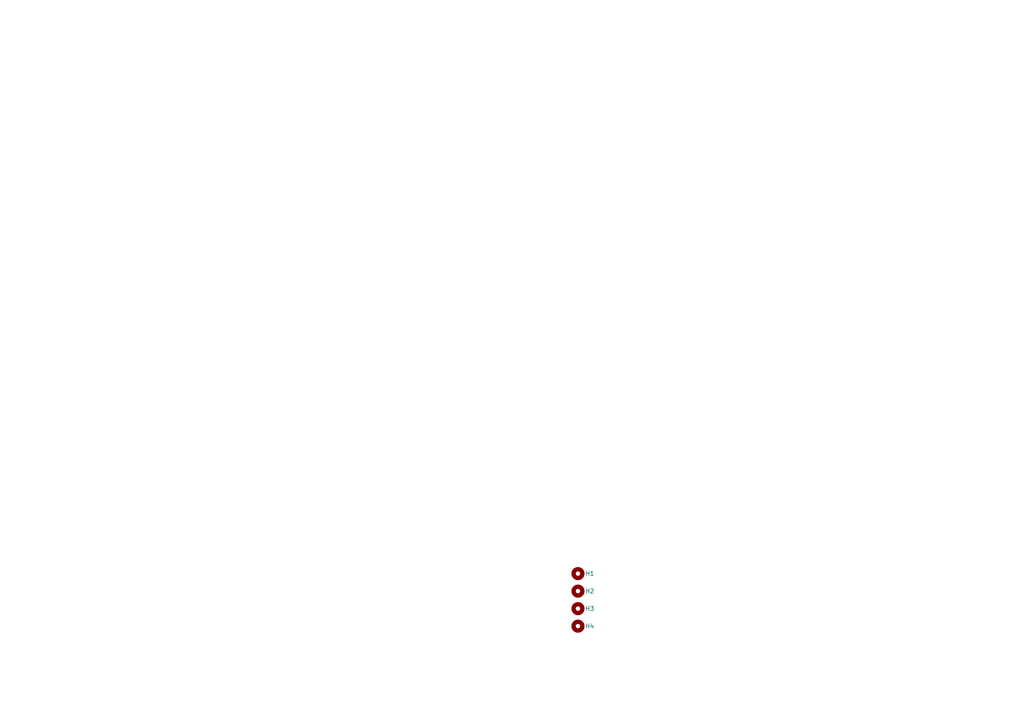
<source format=kicad_sch>
(kicad_sch (version 20250114) (generator "eeschema") (generator_version "9.0")
  (paper "A4")
  (title_block (title "${TITLE}") (rev "${REVISION}") (company "${COMPANY}") (comment 1 "${DESC}") (comment 2 "${AUTHOR}") (comment 3 "${AUTHOR_EMAIL}") (comment 4 "${URL}"))
  (lib_symbols
    (symbol "Mechanical:MountingHole" (pin_names (offset 1.016)) (in_bom no)
      (property "Reference" "H" (at 0 5.08 0))
      (property "Value" "MountingHole" (at 0 3.175 0))
      (symbol "MountingHole_0_1"
        (circle (center 0 0) (radius 1.27) (stroke (width 1.27)))
      )
    )
  )
  (symbol (lib_id "Mechanical:MountingHole") (at 167.64 166.37 0) (unit 1) (in_bom no)
    (property "Reference" "H1" (at 169.672 166.37 0) (effects (justify left)))
    (property "Value" "MountingHole" (effects (hide yes)))
    (property "Footprint" "MountingHole:MountingHole_2.2mm_M2" (effects (hide yes)))
    (property "Description" "Mounting Hole without connection" (effects (hide yes)))
  )
  (symbol (lib_id "Mechanical:MountingHole") (at 167.64 176.53 0) (unit 1) (in_bom no)
    (property "Reference" "H3" (at 169.672 176.53 0) (effects (justify left)))
    (property "Value" "MountingHole" (effects (hide yes)))
    (property "Footprint" "MountingHole:MountingHole_2.2mm_M2" (effects (hide yes)))
    (property "Description" "Mounting Hole without connection" (effects (hide yes)))
  )
  (symbol (lib_id "Mechanical:MountingHole") (at 167.64 181.61 0) (unit 1) (in_bom no)
    (property "Reference" "H4" (at 169.672 181.61 0) (effects (justify left)))
    (property "Value" "MountingHole" (effects (hide yes)))
    (property "Footprint" "MountingHole:MountingHole_2.2mm_M2" (effects (hide yes)))
    (property "Description" "Mounting Hole without connection" (effects (hide yes)))
  )
  (symbol (lib_id "Mechanical:MountingHole") (at 167.64 171.45 0) (unit 1) (in_bom no)
    (property "Reference" "H2" (at 169.672 171.45 0) (effects (justify left)))
    (property "Value" "MountingHole" (effects (hide yes)))
    (property "Footprint" "MountingHole:MountingHole_2.2mm_M2" (effects (hide yes)))
    (property "Description" "Mounting Hole without connection" (effects (hide yes)))
  )
)
</source>
